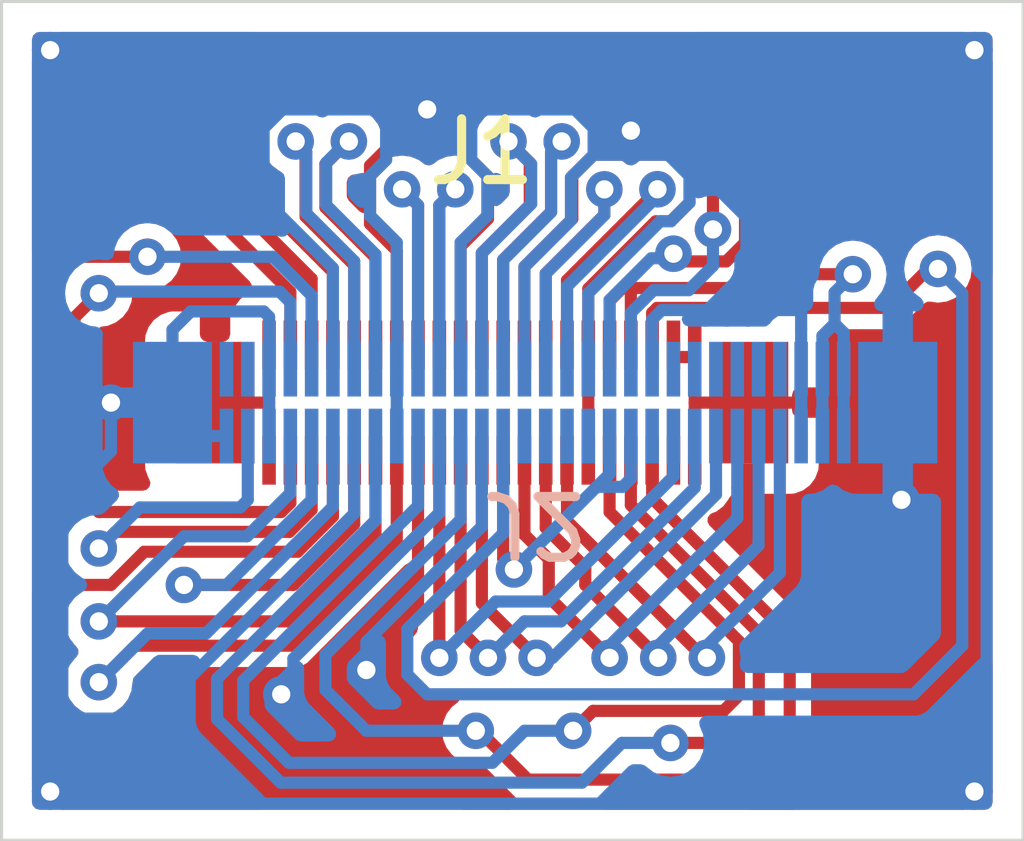
<source format=kicad_pcb>
(kicad_pcb (version 20240108) (generator "pcbnew") (generator_version "8.0")
  (layers (0 "F.Cu" signal) (31 "B.Cu" signal) (34 "B.Paste" user) (35 "F.Paste" user) (36 "B.SilkS" user "B.Silkscreen") (37 "F.SilkS" user "F.Silkscreen") (38 "B.Mask" user) (39 "F.Mask" user) (44 "Edge.Cuts" user))
  (net 0 "")
  (net 1 "GND")
  (net 2 "/MESA_SCLK")
  (net 3 "/AUX_CH(n)")
  (net 4 "/LCD_VCC(4.7V)")
  (net 5 "/ML_Lane_3(n)")
  (net 6 "/BTN_HOME_L")
  (net 7 "/BL_LED_A")
  (net 8 "/BL_LED_K_6")
  (net 9 "/BL_LED_K_2")
  (net 10 "/BL_LED_K_5")
  (net 11 "/BL_LED_K_1")
  (net 12 "/PP1V825_MESA")
  (net 13 "/MESA_MISO")
  (net 14 "/ML_Lane_1(p)")
  (net 15 "/MESA_IRQ")
  (net 17 "/ML_Lane_0(n)")
  (net 18 "/PP11V3_MESA")
  (net 19 "/BL_LED_K_4")
  (net 20 "/ML_Lane_3(p)")
  (net 21 "/MESA_BOOST_ENABLE")
  (net 22 "/ML_Lane_2(p)")
  (net 23 "/ML_Lane_2(n)")
  (net 24 "/AUX_CH(p)")
  (net 25 "/ML_Lane_0(p)")
  (net 26 "/MESA_MOSI")
  (net 27 "/BL_LED_K_3")
  (net 28 "/ML_Lane_1(n)")
  (net 42 "/HPD")
  (net 43 "/PP3V1_MESA")
  (footprint "feetprints:ipad_mini_4_lcd_mb" (layer "F.Cu") (at 87.5 105.8)
    (property "Reference" "J1")
    (property "Value" "ipad_4_mini")
  )
  (footprint "feetprints:ipad_air_2_lcd_fl" (layer "B.Cu") (at 88.375 105.8)
    (property "Reference" "J2")
    (property "Value" "ipad_2_air")
  )
  (gr_line (start 79.6 99.2) (end 96.4 99.2) (stroke (width 0.05)) (layer "Edge.Cuts"))
  (gr_line (start 79.6 113) (end 79.6 99.2) (stroke (width 0.05)) (layer "Edge.Cuts"))
  (gr_line (start 96.4 99.2) (end 96.4 113) (stroke (width 0.05)) (layer "Edge.Cuts"))
  (gr_line (start 96.4 113) (end 79.6 113) (stroke (width 0.05)) (layer "Edge.Cuts"))
  (segment (start 85.05 103.65) (end 83.8 102.4) (width 0.2) (layer "F.Cu") (net 1))
  (segment (start 83.1115 105.8) (end 81.727 105.8) (width 0.2) (layer "F.Cu") (net 1))
  (segment (start 94.4 106) (end 94.4 107.4) (width 0.2) (layer "F.Cu") (net 1))
  (segment (start 83.1115 105.8) (end 84 105.8) (width 0.2) (layer "F.Cu") (net 1))
  (segment (start 87.2 101) (end 87.225 100.975) (width 0.2) (layer "F.Cu") (net 1))
  (segment (start 90.9145 102.507791) (end 90.9145 102.027) (width 0.2) (layer "F.Cu") (net 1))
  (segment (start 90.9145 102.027) (end 90.607791 101.720291) (width 0.2) (layer "F.Cu") (net 1))
  (segment (start 90.605791 102.8165) (end 90.9145 102.507791) (width 0.2) (layer "F.Cu") (net 1))
  (segment (start 94.2 105.8) (end 94.4 106) (width 0.2) (layer "F.Cu") (net 1))
  (segment (start 90.65 105.05) (end 91 105.05) (width 0.2) (layer "F.Cu") (net 1))
  (segment (start 86 101) (end 86.575 101) (width 0.2) (layer "F.Cu") (net 1))
  (segment (start 84 105.8) (end 84 105.05) (width 0.2) (layer "F.Cu") (net 1))
  (segment (start 87.2 101) (end 86.625 101) (width 0.2) (layer "F.Cu") (net 1))
  (segment (start 91.8885 105.8) (end 94.2 105.8) (width 0.2) (layer "F.Cu") (net 1))
  (segment (start 87.6 102.081709) (end 87.2 101.681709) (width 0.2) (layer "F.Cu") (net 1))
  (segment (start 88.2 103.562396) (end 88.987041 102.775355) (width 0.2) (layer "F.Cu") (net 1))
  (segment (start 85.6 110.8) (end 87.2 112.4) (width 0.2) (layer "F.Cu") (net 1))
  (segment (start 83.8 101.394209) (end 84.219209 100.975) (width 0.2) (layer "F.Cu") (net 1))
  (segment (start 85.6 110.2) (end 86.45 109.35) (width 0.2) (layer "F.Cu") (net 1))
  (segment (start 94.4 110.6) (end 94.4 107.4) (width 0.2) (layer "F.Cu") (net 1))
  (segment (start 91.8885 105.8885) (end 91.8885 105.8) (width 0.2) (layer "F.Cu") (net 1))
  (segment (start 86.45 109.35) (end 86.45 106.55) (width 0.2) (layer "F.Cu") (net 1))
  (segment (start 85.6605 102.8605) (end 85.6605 101.899291) (width 0.2) (layer "F.Cu") (net 1))
  (segment (start 84 106.55) (end 84 105.8) (width 0.2) (layer "F.Cu") (net 1))
  (segment (start 92.6 112.4) (end 94.4 110.6) (width 0.2) (layer "F.Cu") (net 1))
  (segment (start 85.6 110.2) (end 86 110.6) (width 0.2) (layer "F.Cu") (net 1))
  (segment (start 89.25 104.7875) (end 89.25 103.925052) (width 0.2) (layer "F.Cu") (net 1))
  (segment (start 87.225 100.975) (end 89.030791 100.975) (width 0.2) (layer "F.Cu") (net 1))
  (segment (start 86.625 101) (end 86.6 100.975) (width 0.2) (layer "F.Cu") (net 1))
  (segment (start 88.987041 102.775355) (end 88.987041 102.07275) (width 0.2) (layer "F.Cu") (net 1))
  (segment (start 86 101.559791) (end 86 101) (width 0.2) (layer "F.Cu") (net 1))
  (segment (start 85.6 110.4) (end 85.6 110) (width 0.2) (layer "F.Cu") (net 1))
  (segment (start 90.607791 101.720291) (end 89.95 101.720291) (width 0.2) (layer "F.Cu") (net 1))
  (segment (start 86.575 101) (end 86.6 100.975) (width 0.2) (layer "F.Cu") (net 1))
  (segment (start 87.15 103.225052) (end 87.6 102.775052) (width 0.2) (layer "F.Cu") (net 1))
  (segment (start 91 105.8) (end 91.8885 105.8) (width 0.2) (layer "F.Cu") (net 1))
  (segment (start 89.3395 101.283709) (end 89.3395 101.720291) (width 0.2) (layer "F.Cu") (net 1))
  (segment (start 87.6 102.775052) (end 87.6 102.081709) (width 0.2) (layer "F.Cu") (net 1))
  (segment (start 87.2 112.4) (end 92.6 112.4) (width 0.2) (layer "F.Cu") (net 1))
  (segment (start 89.95 101.720291) (end 89.95 101.325) (width 0.2) (layer "F.Cu") (net 1))
  (segment (start 85.6 110.2) (end 85.6 110.8) (width 0.2) (layer "F.Cu") (net 1))
  (segment (start 84.219209 100.975) (end 85.975 100.975) (width 0.2) (layer "F.Cu") (net 1))
  (segment (start 89.25 106.55) (end 89.25 105.05) (width 0.2) (layer "F.Cu") (net 1))
  (segment (start 87.2 101.681709) (end 87.2 101) (width 0.2) (layer "F.Cu") (net 1))
  (segment (start 83.8 102.4) (end 83.8 101.394209) (width 0.2) (layer "F.Cu") (net 1))
  (segment (start 86.1 103.3) (end 85.6605 102.8605) (width 0.2) (layer "F.Cu") (net 1))
  (segment (start 85.6605 101.899291) (end 86 101.559791) (width 0.2) (layer "F.Cu") (net 1))
  (segment (start 85.05 105.05) (end 85.05 103.65) (width 0.2) (layer "F.Cu") (net 1))
  (segment (start 89.95 101.720291) (end 89.3395 101.720291) (width 0.2) (layer "F.Cu") (net 1))
  (segment (start 85.975 100.975) (end 86 101) (width 0.2) (layer "F.Cu") (net 1))
  (segment (start 88.2 104.7875) (end 88.2 103.562396) (width 0.2) (layer "F.Cu") (net 1))
  (segment (start 89.25 103.925052) (end 90.358552 102.8165) (width 0.2) (layer "F.Cu") (net 1))
  (segment (start 86.1 105.05) (end 86.1 103.3) (width 0.2) (layer "F.Cu") (net 1))
  (segment (start 90.358552 102.8165) (end 90.605791 102.8165) (width 0.2) (layer "F.Cu") (net 1))
  (segment (start 89.030791 100.975) (end 89.3395 101.283709) (width 0.2) (layer "F.Cu") (net 1))
  (segment (start 91 105.8) (end 91 106.55) (width 0.2) (layer "F.Cu") (net 1))
  (segment (start 91 105.05) (end 91 105.8) (width 0.2) (layer "F.Cu") (net 1))
  (segment (start 88.987041 102.07275) (end 89.3395 101.720291) (width 0.2) (layer "F.Cu") (net 1))
  (segment (start 87.15 105.05) (end 87.15 103.225052) (width 0.2) (layer "F.Cu") (net 1))
  (via (at 84.2 110.6) (size 0.6) (drill 0.3) (layers "F.Cu" "B.Cu") (net 1))
  (via (at 85.6 110.2) (size 0.6) (drill 0.3) (layers "F.Cu" "B.Cu") (net 1))
  (via (at 95.6 100) (size 0.6) (drill 0.3) (layers "F.Cu" "B.Cu") (net 1))
  (via (at 81.4 105.8) (size 0.6) (drill 0.3) (layers "F.Cu" "B.Cu") (net 1))
  (via (at 95.6 112.2) (size 0.6) (drill 0.3) (layers "F.Cu" "B.Cu") (net 1))
  (via (at 89.95 101.325) (size 0.6) (drill 0.3) (layers "F.Cu" "B.Cu") (net 1))
  (via (at 94.4 107.4) (size 0.6) (drill 0.3) (layers "F.Cu" "B.Cu") (net 1))
  (via (at 86.6 100.975) (size 0.6) (drill 0.3) (layers "F.Cu" "B.Cu") (net 1))
  (via (at 80.4 100) (size 0.6) (drill 0.3) (layers "F.Cu" "B.Cu") (net 1))
  (via (at 80.4 112.2) (size 0.6) (drill 0.3) (layers "F.Cu" "B.Cu") (net 1))
  (segment (start 89.25 103.998948) (end 89.25 105.25) (width 0.2) (layer "B.Cu") (net 1))
  (segment (start 83.3 106.35) (end 82.9615 106.35) (width 0.2) (layer "B.Cu") (net 1))
  (segment (start 92.673 104.277) (end 92.75 104.2) (width 0.2) (layer "B.Cu") (net 1))
  (segment (start 84 106.35) (end 84 105.25) (width 0.2) (layer "B.Cu") (net 1))
  (segment (start 90.563583 101.720291) (end 90.0375 101.720291) (width 0.2) (layer "B.Cu") (net 1))
  (segment (start 92.75 102.95) (end 93.95 102.95) (width 0.2) (layer "B.Cu") (net 1))
  (segment (start 80.4 112.2) (end 80.6 112.4) (width 0.2) (layer "B.Cu") (net 1))
  (segment (start 87.5895 102.725) (end 87.15 103.1645) (width 0.2) (layer "B.Cu") (net 1))
  (segment (start 86.1 106.35) (end 86.1 105.25) (width 0.2) (layer "B.Cu") (net 1))
  (segment (start 82.7115 104.3) (end 83.9125 104.3) (width 0.2) (layer "B.Cu") (net 1))
  (segment (start 82.025312 111) (end 80.6 111) (width 0.2) (layer "B.Cu") (net 1))
  (segment (start 94.3385 105.8) (end 94.3385 107.3385) (width 0.2) (layer "B.Cu") (net 1))
  (segment (start 90.457448 104.277) (end 91.85 104.277) (width 0.2) (layer "B.Cu") (net 1))
  (segment (start 80.4 112.2) (end 80.2 112) (width 0.2) (layer "B.Cu") (net 1))
  (segment (start 94.1 103.1) (end 94.3385 103.3385) (width 0.2) (layer "B.Cu") (net 1))
  (segment (start 85.6605 102.725) (end 86.1 103.1645) (width 0.2) (layer "B.Cu") (net 1))
  (segment (start 90.3 104.9875) (end 90.3 104.434448) (width 0.2) (layer "B.Cu") (net 1))
  (segment (start 92.75 104.2) (end 92.75 103.2) (width 0.2) (layer "B.Cu") (net 1))
  (segment (start 86.8 107.612656) (end 86.8 106.35) (width 0.2) (layer "B.Cu") (net 1))
  (segment (start 90.432448 102.8165) (end 89.25 103.998948) (width 0.2) (layer "B.Cu") (net 1))
  (segment (start 84.219209 100.975) (end 83.9105 101.283709) (width 0.2) (layer "B.Cu") (net 1))
  (segment (start 88.9645 102.799896) (end 88.2 103.564396) (width 0.2) (layer "B.Cu") (net 1))
  (segment (start 83.9125 104.3) (end 84 104.3875) (width 0.2) (layer "B.Cu") (net 1))
  (segment (start 89.3395 101.720291) (end 89.3395 101.283709) (width 0.2) (layer "B.Cu") (net 1))
  (segment (start 91.85 104.277) (end 92.673 104.277) (width 0.2) (layer "B.Cu") (net 1))
  (segment (start 95.6 112.4) (end 95.8 112.2) (width 0.2) (layer "B.Cu") (net 1))
  (segment (start 85.925 100.975) (end 86.6 100.975) (width 0.2) (layer "B.Cu") (net 1))
  (segment (start 90.3 104.434448) (end 90.457448 104.277) (width 0.2) (layer "B.Cu") (net 1))
  (segment (start 95.4 99.8) (end 95.6 100) (width 0.2) (layer "B.Cu") (net 1))
  (segment (start 85.6 109.737552) (end 85.6 110) (width 0.2) (layer "B.Cu") (net 1))
  (segment (start 89.95 101.632791) (end 90.0375 101.720291) (width 0.2) (layer "B.Cu") (net 1))
  (segment (start 90.9145 102.071209) (end 90.9145 102.3) (width 0.2) (layer "B.Cu") (net 1))
  (segment (start 90.9145 102.3) (end 91.4 102.3) (width 0.2) (layer "B.Cu") (net 1))
  (segment (start 91.85 102.95) (end 91.85 104.277) (width 0.2) (layer "B.Cu") (net 1))
  (segment (start 94.3385 103.3385) (end 94.3385 105.8) (width 0.2) (layer "B.Cu") (net 1))
  (segment (start 93.944209 102.944209) (end 94.1 103.1) (width 0.2) (layer "B.Cu") (net 1))
  (segment (start 85.05 103.586396) (end 85.05 105.25) (width 0.2) (layer "B.Cu") (net 1))
  (segment (start 91.85 102.75) (end 91.85 102.95) (width 0.2) (layer "B.Cu") (net 1))
  (segment (start 85.6605 102.071209) (end 85.6605 102.725) (width 0.2) (layer "B.Cu") (net 1))
  (segment (start 85.4 106.35) (end 85.4 107.625312) (width 0.2) (layer "B.Cu") (net 1))
  (segment (start 95.8 100.2) (end 95.6 100) (width 0.2) (layer "B.Cu") (net 1))
  (segment (start 80.2 112) (end 80.2 100.2) (width 0.2) (layer "B.Cu") (net 1))
  (segment (start 83.9105 102.446896) (end 85.05 103.586396) (width 0.2) (layer "B.Cu") (net 1))
  (segment (start 90.9145 102.3) (end 90.9145 102.507791) (width 0.2) (layer "B.Cu") (net 1))
  (segment (start 90.9145 102.071209) (end 90.563583 101.720291) (width 0.2) (layer "B.Cu") (net 1))
  (segment (start 85.925 100.975) (end 84.219209 100.975) (width 0.2) (layer "B.Cu") (net 1))
  (segment (start 84.4 110.012656) (end 86.8 107.612656) (width 0.2) (layer "B.Cu") (net 1))
  (segment (start 80.6 107.4) (end 81.4 106.6) (width 0.2) (layer "B.Cu") (net 1))
  (segment (start 95.4 112.4) (end 95.6 112.2) (width 0.2) (layer "B.Cu") (net 1))
  (segment (start 89.030791 100.975) (end 87.325 100.975) (width 0.2) (layer "B.Cu") (net 1))
  (segment (start 92.75 106.35) (end 92.75 105.25) (width 0.2) (layer "B.Cu") (net 1))
  (segment (start 87.325 100.975) (end 87.325 101.806709) (width 0.2) (layer "B.Cu") (net 1))
  (segment (start 90.605791 102.8165) (end 90.432448 102.8165) (width 0.2) (layer "B.Cu") (net 1))
  (segment (start 82.4115 104.6) (end 82.7115 104.3) (width 0.2) (layer "B.Cu") (net 1))
  (segment (start 80.6 112.4) (end 95.4 112.4) (width 0.2) (layer "B.Cu") (net 1))
  (segment (start 82.9615 106.35) (end 82.4115 105.8) (width 0.2) (layer "B.Cu") (net 1))
  (segment (start 87.5 106.35) (end 87.5 107.837552) (width 0.2) (layer "B.Cu") (net 1))
  (segment (start 89.3395 101.720291) (end 88.9645 102.095291) (width 0.2) (layer "B.Cu") (net 1))
  (segment (start 93.95 102.95) (end 94.1 103.1) (width 0.2) (layer "B.Cu") (net 1))
  (segment (start 80.4 112.4) (end 80.2 112.2) (width 0.2) (layer "B.Cu") (net 1))
  (segment (start 81.4 106.6) (end 81.4 105.8) (width 0.2) (layer "B.Cu") (net 1))
  (segment (start 87.325 101.806709) (end 87.5895 102.071209) (width 0.2) (layer "B.Cu") (net 1))
  (segment (start 85.925 100.975) (end 85.925 101.806709) (width 0.2) (layer "B.Cu") (net 1))
  (segment (start 82.4115 105.8) (end 82.4115 104.6) (width 0.2) (layer "B.Cu") (net 1))
  (segment (start 88.9645 102.095291) (end 88.9645 102.799896) (width 0.2) (layer "B.Cu") (net 1))
  (segment (start 87.5895 102.071209) (end 87.5895 102.725) (width 0.2) (layer "B.Cu") (net 1))
  (segment (start 91.4 102.3) (end 91.85 102.75) (width 0.2) (layer "B.Cu") (net 1))
  (segment (start 92.75 105.25) (end 92.75 104.5845) (width 0.2) (layer "B.Cu") (net 1))
  (segment (start 95.8 112.2) (end 95.8 100.2) (width 0.2) (layer "B.Cu") (net 1))
  (segment (start 87.15 103.1645) (end 87.15 105.25) (width 0.2) (layer "B.Cu") (net 1))
  (segment (start 90.9145 102.507791) (end 90.605791 102.8165) (width 0.2) (layer "B.Cu") (net 1))
  (segment (start 90.0375 101.720291) (end 89.3395 101.720291) (width 0.2) (layer "B.Cu") (net 1))
  (segment (start 83.9105 101.283709) (end 83.9105 102.446896) (width 0.2) (layer "B.Cu") (net 1))
  (segment (start 80.6 111) (end 80.6 107.4) (width 0.2) (layer "B.Cu") (net 1))
  (segment (start 86.6 100.975) (end 87.325 100.975) (width 0.2) (layer "B.Cu") (net 1))
  (segment (start 94.3385 107.3385) (end 94.4 107.4) (width 0.2) (layer "B.Cu") (net 1))
  (segment (start 92.75 104.5845) (end 92.75 104.2) (width 0.2) (layer "B.Cu") (net 1))
  (segment (start 89.3395 101.283709) (end 89.030791 100.975) (width 0.2) (layer "B.Cu") (net 1))
  (segment (start 80.4 100) (end 80.6 99.8) (width 0.2) (layer "B.Cu") (net 1))
  (segment (start 81.4 105.8) (end 82.4115 105.8) (width 0.2) (layer "B.Cu") (net 1))
  (segment (start 84 104.3875) (end 84 105.25) (width 0.2) (layer "B.Cu") (net 1))
  (segment (start 92.75 103.2) (end 92.75 102.95) (width 0.2) (layer "B.Cu") (net 1))
  (segment (start 95.2 99.8) (end 95.4 99.8) (width 0.2) (layer "B.Cu") (net 1))
  (segment (start 85.925 101.806709) (end 85.6605 102.071209) (width 0.2) (layer "B.Cu") (net 1))
  (segment (start 87.5 107.837552) (end 85.6 109.737552) (width 0.2) (layer "B.Cu") (net 1))
  (segment (start 89.95 101.325) (end 89.95 101.632791) (width 0.2) (layer "B.Cu") (net 1))
  (segment (start 86.1 103.1645) (end 86.1 105.25) (width 0.2) (layer "B.Cu") (net 1))
  (segment (start 80.6 99.8) (end 95.2 99.8) (width 0.2) (layer "B.Cu") (net 1))
  (segment (start 85.4 107.625312) (end 82.025312 111) (width 0.2) (layer "B.Cu") (net 1))
  (segment (start 84.4 110.4) (end 84.4 110.012656) (width 0.2) (layer "B.Cu") (net 1))
  (segment (start 80.2 100.2) (end 80.4 100) (width 0.2) (layer "B.Cu") (net 1))
  (segment (start 88.2 103.564396) (end 88.2 105.25) (width 0.2) (layer "B.Cu") (net 1))
  (segment (start 91.85 102.95) (end 92.75 102.95) (width 0.2) (layer "B.Cu") (net 1))
  (segment (start 86.1 108.112448) (end 86.1 106.55) (width 0.2) (layer "F.Cu") (net 2))
  (segment (start 81.2 110.4) (end 81.8 109.8) (width 0.2) (layer "F.Cu") (net 2))
  (segment (start 81.8 109.8) (end 84.412448 109.8) (width 0.2) (layer "F.Cu") (net 2))
  (segment (start 84.412448 109.8) (end 86.1 108.112448) (width 0.2) (layer "F.Cu") (net 2))
  (via (at 81.2 110.4) (size 0.6) (drill 0.3) (layers "F.Cu" "B.Cu") (net 2))
  (segment (start 85.05 107.512864) (end 85.05 106.35) (width 0.2) (layer "B.Cu") (net 2))
  (segment (start 82.962864 109.6) (end 85.05 107.512864) (width 0.2) (layer "B.Cu") (net 2))
  (segment (start 81.2 110.4) (end 82 109.6) (width 0.2) (layer "B.Cu") (net 2))
  (segment (start 82 109.6) (end 82.962864 109.6) (width 0.2) (layer "B.Cu") (net 2))
  (segment (start 91.518291 103.477) (end 90.777 103.477) (width 0.2) (layer "F.Cu") (net 3))
  (segment (start 84.35 103.977) (end 83.073 102.7) (width 0.2) (layer "F.Cu") (net 3))
  (segment (start 91.45925 100.89075) (end 91.827 101.2585) (width 0.2) (layer "F.Cu") (net 3))
  (segment (start 84.35 105.05) (end 84.35 103.977) (width 0.2) (layer "F.Cu") (net 3))
  (segment (start 91.827 103.168291) (end 91.518291 103.477) (width 0.2) (layer "F.Cu") (net 3))
  (segment (start 90.777 103.477) (end 90.65 103.35) (width 0.2) (layer "F.Cu") (net 3))
  (segment (start 91.827 101.2585) (end 91.827 103.168291) (width 0.2) (layer "F.Cu") (net 3))
  (segment (start 83.073 101.127) (end 84.079 100.121) (width 0.2) (layer "F.Cu") (net 3))
  (segment (start 83.073 102.7) (end 83.073 101.127) (width 0.2) (layer "F.Cu") (net 3))
  (segment (start 90.6895 100.121) (end 91.45925 100.89075) (width 0.2) (layer "F.Cu") (net 3))
  (segment (start 84.079 100.121) (end 90.6895 100.121) (width 0.2) (layer "F.Cu") (net 3))
  (via (at 90.65 103.35) (size 0.6) (drill 0.3) (layers "F.Cu" "B.Cu") (net 3))
  (segment (start 90.575 103.425) (end 90.286396 103.425) (width 0.2) (layer "B.Cu") (net 3))
  (segment (start 90.65 103.35) (end 90.575 103.425) (width 0.2) (layer "B.Cu") (net 3))
  (segment (start 90.286396 103.425) (end 89.6 104.111396) (width 0.2) (layer "B.Cu") (net 3))
  (segment (start 89.6 104.111396) (end 89.6 105.25) (width 0.2) (layer "B.Cu") (net 3))
  (segment (start 92.37288 103.91462) (end 92.6 103.6875) (width 0.2) (layer "F.Cu") (net 4))
  (segment (start 89.6 104.125) (end 89.81038 103.91462) (width 0.2) (layer "F.Cu") (net 4))
  (segment (start 89.6 104.7875) (end 89.6 104.125) (width 0.2) (layer "F.Cu") (net 4))
  (segment (start 92.6 103.6875) (end 93.6 103.6875) (width 0.2) (layer "F.Cu") (net 4))
  (segment (start 89.95 103.91462) (end 92.37288 103.91462) (width 0.2) (layer "F.Cu") (net 4))
  (segment (start 89.81038 103.91462) (end 89.95 103.91462) (width 0.2) (layer "F.Cu") (net 4))
  (segment (start 89.95 104.7875) (end 89.95 103.91462) (width 0.2) (layer "F.Cu") (net 4))
  (via (at 93.6 103.6875) (size 0.6) (drill 0.3) (layers "F.Cu" "B.Cu") (net 4))
  (segment (start 93.45 105.25) (end 93.45 104.65) (width 0.2) (layer "B.Cu") (net 4))
  (segment (start 93.3 104.5) (end 93.3 103.9875) (width 0.2) (layer "B.Cu") (net 4))
  (segment (start 93.45 105.25) (end 93.45 106.35) (width 0.2) (layer "B.Cu") (net 4))
  (segment (start 93.1 105.25) (end 93.1 104.7) (width 0.2) (layer "B.Cu") (net 4))
  (segment (start 93.45 104.65) (end 93.3 104.5) (width 0.2) (layer "B.Cu") (net 4))
  (segment (start 93.1 105.25) (end 93.1 106.35) (width 0.2) (layer "B.Cu") (net 4))
  (segment (start 93.3 103.9875) (end 93.6 103.6875) (width 0.2) (layer "B.Cu") (net 4))
  (segment (start 93.1 104.7) (end 93.3 104.5) (width 0.2) (layer "B.Cu") (net 4))
  (segment (start 85.4 103.537552) (end 85.4 105.05) (width 0.2) (layer "F.Cu") (net 5))
  (segment (start 84.6 102.737552) (end 85.4 103.537552) (width 0.2) (layer "F.Cu") (net 5))
  (segment (start 84.4375 101.502) (end 84.6 101.6645) (width 0.2) (layer "F.Cu") (net 5))
  (segment (start 84.6 101.6645) (end 84.6 102.737552) (width 0.2) (layer "F.Cu") (net 5))
  (via (at 84.4375 101.502) (size 0.6) (drill 0.3) (layers "F.Cu" "B.Cu") (net 5))
  (segment (start 84.6125 102.686448) (end 85.4 103.473948) (width 0.2) (layer "B.Cu") (net 5))
  (segment (start 84.6125 101.677) (end 84.6125 102.686448) (width 0.2) (layer "B.Cu") (net 5))
  (segment (start 85.4 103.473948) (end 85.4 105.25) (width 0.2) (layer "B.Cu") (net 5))
  (segment (start 84.4375 101.502) (end 84.6125 101.677) (width 0.2) (layer "B.Cu") (net 5))
  (segment (start 80.8 107.2) (end 80.8 104.4) (width 0.2) (layer "F.Cu") (net 6))
  (segment (start 84.2 107.6) (end 81.2 107.6) (width 0.2) (layer "F.Cu") (net 6))
  (segment (start 84.35 107.45) (end 84.2 107.6) (width 0.2) (layer "F.Cu") (net 6))
  (segment (start 84.35 106.55) (end 84.35 107.45) (width 0.2) (layer "F.Cu") (net 6))
  (segment (start 81.2 107.6) (end 80.8 107.2) (width 0.2) (layer "F.Cu") (net 6))
  (segment (start 80.8 104.4) (end 81.2 104) (width 0.2) (layer "F.Cu") (net 6))
  (via (at 81.2 104) (size 0.6) (drill 0.3) (layers "F.Cu" "B.Cu") (net 6))
  (segment (start 84.35 105.25) (end 84.35 104.15) (width 0.2) (layer "B.Cu") (net 6))
  (segment (start 84.35 104.15) (end 84.173 103.973) (width 0.2) (layer "B.Cu") (net 6))
  (segment (start 84.173 103.973) (end 81.227 103.973) (width 0.2) (layer "B.Cu") (net 6))
  (segment (start 81.227 103.973) (end 81.2 104) (width 0.2) (layer "B.Cu") (net 6))
  (segment (start 87.85 107.904709) (end 87.85 108.369) (width 0.2) (layer "F.Cu") (net 7))
  (segment (start 87.85 106.55) (end 87.85 107.904709) (width 0.2) (layer "F.Cu") (net 7))
  (segment (start 87.85 108.369) (end 88.027 108.546) (width 0.2) (layer "F.Cu") (net 7))
  (via (at 88.027 108.546) (size 0.6) (drill 0.3) (layers "F.Cu" "B.Cu") (net 7))
  (segment (start 88.027 108.546) (end 89.0865 107.4865) (width 0.2) (layer "B.Cu") (net 7))
  (segment (start 89.8135 107.1865) (end 89.3865 107.1865) (width 0.2) (layer "B.Cu") (net 7))
  (segment (start 89.95 106.35) (end 89.95 106.623) (width 0.2) (layer "B.Cu") (net 7))
  (segment (start 89.0865 107.4865) (end 89.3865 107.1865) (width 0.2) (layer "B.Cu") (net 7))
  (segment (start 89.95 106.35) (end 89.95 107.05) (width 0.2) (layer "B.Cu") (net 7))
  (segment (start 89.3865 107.1865) (end 89.6 106.973) (width 0.2) (layer "B.Cu") (net 7))
  (segment (start 89.6 106.973) (end 89.6 106.35) (width 0.2) (layer "B.Cu") (net 7))
  (segment (start 89.95 107.05) (end 89.8135 107.1865) (width 0.2) (layer "B.Cu") (net 7))
  (segment (start 91.151187 110) (end 91.2 110) (width 0.2) (layer "F.Cu") (net 8))
  (segment (start 88.9 106.55) (end 88.9 107.748813) (width 0.2) (layer "F.Cu") (net 8))
  (segment (start 88.9 107.748813) (end 91.151187 110) (width 0.2) (layer "F.Cu") (net 8))
  (via (at 91.2 110) (size 0.6) (drill 0.3) (layers "F.Cu" "B.Cu") (net 8))
  (segment (start 92.4 108.6) (end 92.4 106.35) (width 0.2) (layer "B.Cu") (net 8))
  (segment (start 91.2 109.8) (end 92.4 108.6) (width 0.2) (layer "B.Cu") (net 8))
  (segment (start 91.2 110) (end 91.2 109.8) (width 0.2) (layer "B.Cu") (net 8))
  (segment (start 87.15 108.75) (end 87.15 109.55) (width 0.2) (layer "F.Cu") (net 9))
  (segment (start 87.15 106.55) (end 87.15 108.75) (width 0.2) (layer "F.Cu") (net 9))
  (segment (start 87.15 109.55) (end 87.6 110) (width 0.2) (layer "F.Cu") (net 9))
  (via (at 87.6 110) (size 0.6) (drill 0.3) (layers "F.Cu" "B.Cu") (net 9))
  (segment (start 88.2 109.4) (end 88.8 109.4) (width 0.2) (layer "B.Cu") (net 9))
  (segment (start 87.6 110) (end 88.2 109.4) (width 0.2) (layer "B.Cu") (net 9))
  (segment (start 91 107.2) (end 91 106.35) (width 0.2) (layer "B.Cu") (net 9))
  (segment (start 88.8 109.4) (end 91 107.2) (width 0.2) (layer "B.Cu") (net 9))
  (segment (start 89.2 108.8) (end 90.4 110) (width 0.2) (layer "F.Cu") (net 10))
  (segment (start 88.55 106.55) (end 88.55 107.861261) (width 0.2) (layer "F.Cu") (net 10))
  (segment (start 88.55 107.861261) (end 89.2 108.511261) (width 0.2) (layer "F.Cu") (net 10))
  (segment (start 89.2 108.511261) (end 89.2 108.8) (width 0.2) (layer "F.Cu") (net 10))
  (via (at 90.4 110) (size 0.6) (drill 0.3) (layers "F.Cu" "B.Cu") (net 10))
  (segment (start 92.05 108.15) (end 92.05 107.4) (width 0.2) (layer "B.Cu") (net 10))
  (segment (start 90.4 109.8) (end 92.05 108.15) (width 0.2) (layer "B.Cu") (net 10))
  (segment (start 92.05 106.35) (end 92.05 107.4) (width 0.2) (layer "B.Cu") (net 10))
  (segment (start 90.4 110) (end 90.4 109.8) (width 0.2) (layer "B.Cu") (net 10))
  (segment (start 86.8 106.55) (end 86.8 110) (width 0.2) (layer "F.Cu") (net 11))
  (via (at 86.8 110) (size 0.6) (drill 0.3) (layers "F.Cu" "B.Cu") (net 11))
  (segment (start 90.65 107.0155) (end 90.65 106.35) (width 0.2) (layer "B.Cu") (net 11))
  (segment (start 88.5925 109.073) (end 90.65 107.0155) (width 0.2) (layer "B.Cu") (net 11))
  (segment (start 87.727 109.073) (end 88.5925 109.073) (width 0.2) (layer "B.Cu") (net 11))
  (segment (start 86.8 110) (end 87.727 109.073) (width 0.2) (layer "B.Cu") (net 11))
  (segment (start 91.745292 111.4) (end 92.054 111.091291) (width 0.2) (layer "F.Cu") (net 12))
  (segment (start 90.6 111.4) (end 91.745292 111.4) (width 0.2) (layer "F.Cu") (net 12))
  (segment (start 89.95 107.487552) (end 89.95 106.55) (width 0.2) (layer "F.Cu") (net 12))
  (segment (start 92.054 109.591552) (end 89.95 107.487552) (width 0.2) (layer "F.Cu") (net 12))
  (segment (start 92.054 111.091291) (end 92.054 109.591552) (width 0.2) (layer "F.Cu") (net 12))
  (via (at 90.6 111.4) (size 0.6) (drill 0.3) (layers "F.Cu" "B.Cu") (net 12))
  (segment (start 89.146 112.054) (end 89.8 111.4) (width 0.2) (layer "B.Cu") (net 12))
  (segment (start 85.75 107.73776) (end 83.14388 110.34388) (width 0.2) (layer "B.Cu") (net 12))
  (segment (start 83.14388 110.34388) (end 83.14388 111.006328) (width 0.2) (layer "B.Cu") (net 12))
  (segment (start 85.75 106.35) (end 85.75 107.73776) (width 0.2) (layer "B.Cu") (net 12))
  (segment (start 83.14388 111.006328) (end 84.191552 112.054) (width 0.2) (layer "B.Cu") (net 12))
  (segment (start 84.191552 112.054) (end 89.146 112.054) (width 0.2) (layer "B.Cu") (net 12))
  (segment (start 89.8 111.4) (end 90.6 111.4) (width 0.2) (layer "B.Cu") (net 12))
  (segment (start 85.75 108) (end 85.75 106.55) (width 0.2) (layer "F.Cu") (net 13))
  (segment (start 84.35 109.4) (end 85.75 108) (width 0.2) (layer "F.Cu") (net 13))
  (segment (start 81.2 109.4) (end 84.35 109.4) (width 0.2) (layer "F.Cu") (net 13))
  (via (at 81.2 109.4) (size 0.6) (drill 0.3) (layers "F.Cu" "B.Cu") (net 13))
  (segment (start 82.6 108) (end 81.2 109.4) (width 0.2) (layer "B.Cu") (net 13))
  (segment (start 83.637968 108) (end 82.6 108) (width 0.2) (layer "B.Cu") (net 13))
  (segment (start 83.818984 107.818984) (end 83.637968 108) (width 0.2) (layer "B.Cu") (net 13))
  (segment (start 84.35 107.287968) (end 83.818984 107.818984) (width 0.2) (layer "B.Cu") (net 13))
  (segment (start 84.35 106.35) (end 84.35 107.287968) (width 0.2) (layer "B.Cu") (net 13))
  (segment (start 88.6375 102.662448) (end 88.6375 101.677) (width 0.2) (layer "F.Cu") (net 14))
  (segment (start 87.85 104.7875) (end 87.85 103.449948) (width 0.2) (layer "F.Cu") (net 14))
  (segment (start 87.85 103.449948) (end 88.6375 102.662448) (width 0.2) (layer "F.Cu") (net 14))
  (segment (start 88.6375 101.677) (end 88.8125 101.502) (width 0.2) (layer "F.Cu") (net 14))
  (via (at 88.8125 101.502) (size 0.6) (drill 0.3) (layers "F.Cu" "B.Cu") (net 14))
  (segment (start 88.783006 101.520288) (end 88.783006 101.502) (width 0.2) (layer "B.Cu") (net 14))
  (segment (start 88.8125 101.502) (end 88.6375 101.677) (width 0.2) (layer "B.Cu") (net 14))
  (segment (start 88.6375 102.664448) (end 87.85 103.451948) (width 0.2) (layer "B.Cu") (net 14))
  (segment (start 87.85 103.451948) (end 87.85 105.25) (width 0.2) (layer "B.Cu") (net 14))
  (segment (start 88.6375 101.677) (end 88.6375 102.664448) (width 0.2) (layer "B.Cu") (net 14))
  (segment (start 81.2 108.2) (end 81.473 107.927) (width 0.2) (layer "F.Cu") (net 15))
  (segment (start 84.7 107.562448) (end 84.7 106.55) (width 0.2) (layer "F.Cu") (net 15))
  (segment (start 81.473 107.927) (end 84.335448 107.927) (width 0.2) (layer "F.Cu") (net 15))
  (segment (start 84.335448 107.927) (end 84.7 107.562448) (width 0.2) (layer "F.Cu") (net 15))
  (via (at 81.2 108.2) (size 0.6) (drill 0.3) (layers "F.Cu" "B.Cu") (net 15))
  (segment (start 83.65 107.4) (end 83.65 106.35) (width 0.2) (layer "B.Cu") (net 15))
  (segment (start 81.2 108.2) (end 81.87448 107.52552) (width 0.2) (layer "B.Cu") (net 15))
  (segment (start 81.87448 107.52552) (end 83.52448 107.52552) (width 0.2) (layer "B.Cu") (net 15))
  (segment (start 83.52448 107.52552) (end 83.65 107.4) (width 0.2) (layer "B.Cu") (net 15))
  (segment (start 88.55 104.7875) (end 88.55 103.674844) (width 0.2) (layer "F.Cu") (net 17))
  (segment (start 89.514041 102.710803) (end 89.514041 102.291041) (width 0.2) (layer "F.Cu") (net 17))
  (segment (start 88.55 103.674844) (end 89.514041 102.710803) (width 0.2) (layer "F.Cu") (net 17))
  (via (at 89.514041 102.291041) (size 0.6) (drill 0.3) (layers "F.Cu" "B.Cu") (net 17))
  (segment (start 89.514041 102.291041) (end 89.514041 102.712803) (width 0.2) (layer "B.Cu") (net 17))
  (segment (start 89.514041 102.712803) (end 88.55 103.676844) (width 0.2) (layer "B.Cu") (net 17))
  (segment (start 88.55 103.676844) (end 88.55 105.25) (width 0.2) (layer "B.Cu") (net 17))
  (segment (start 91.727 109.727) (end 91.727 110.619) (width 0.2) (layer "F.Cu") (net 18))
  (segment (start 89.6 106.55) (end 89.6 107.6) (width 0.2) (layer "F.Cu") (net 18))
  (segment (start 91.473 110.873) (end 89.327 110.873) (width 0.2) (layer "F.Cu") (net 18))
  (segment (start 91.727 110.619) (end 91.473 110.873) (width 0.2) (layer "F.Cu") (net 18))
  (segment (start 89.327 110.873) (end 89 111.2) (width 0.2) (layer "F.Cu") (net 18))
  (segment (start 89.6 107.6) (end 91.727 109.727) (width 0.2) (layer "F.Cu") (net 18))
  (via (at 89 111.2) (size 0.6) (drill 0.3) (layers "F.Cu" "B.Cu") (net 18))
  (segment (start 83.575104 110.975104) (end 84.327 111.727) (width 0.2) (layer "B.Cu") (net 18))
  (segment (start 88.2 111.2) (end 89 111.2) (width 0.2) (layer "B.Cu") (net 18))
  (segment (start 86.45 107.500208) (end 83.575104 110.375104) (width 0.2) (layer "B.Cu") (net 18))
  (segment (start 87.673 111.727) (end 88.2 111.2) (width 0.2) (layer "B.Cu") (net 18))
  (segment (start 86.45 106.35) (end 86.45 107.500208) (width 0.2) (layer "B.Cu") (net 18))
  (segment (start 83.575104 110.375104) (end 83.575104 110.975104) (width 0.2) (layer "B.Cu") (net 18))
  (segment (start 84.327 111.727) (end 87.673 111.727) (width 0.2) (layer "B.Cu") (net 18))
  (segment (start 88.6 109) (end 88.6 108.373709) (width 0.2) (layer "F.Cu") (net 19))
  (segment (start 89.6 110) (end 88.6 109) (width 0.2) (layer "F.Cu") (net 19))
  (segment (start 88.6 108.373709) (end 88.2 107.973709) (width 0.2) (layer "F.Cu") (net 19))
  (segment (start 88.2 107.973709) (end 88.2 106.55) (width 0.2) (layer "F.Cu") (net 19))
  (via (at 89.6 110) (size 0.6) (drill 0.3) (layers "F.Cu" "B.Cu") (net 19))
  (segment (start 89.6 109.8) (end 91.7 107.7) (width 0.2) (layer "B.Cu") (net 19))
  (segment (start 91.7 106.35) (end 91.7 107.2) (width 0.2) (layer "B.Cu") (net 19))
  (segment (start 89.6 110) (end 89.6 109.8) (width 0.2) (layer "B.Cu") (net 19))
  (segment (start 91.7 107.7) (end 91.7 107.2) (width 0.2) (layer "B.Cu") (net 19))
  (segment (start 85.75 105.05) (end 85.75 103.412448) (width 0.2) (layer "F.Cu") (net 20))
  (segment (start 85.298 101.502) (end 84.927 101.873) (width 0.2) (layer "F.Cu") (net 20))
  (segment (start 84.927 102.589448) (end 84.927 101.873) (width 0.2) (layer "F.Cu") (net 20))
  (segment (start 85.3125 101.502) (end 85.298 101.502) (width 0.2) (layer "F.Cu") (net 20))
  (segment (start 85.75 103.412448) (end 84.927 102.589448) (width 0.2) (layer "F.Cu") (net 20))
  (via (at 85.3125 101.502) (size 0.6) (drill 0.3) (layers "F.Cu" "B.Cu") (net 20))
  (segment (start 84.9395 102.551) (end 85.75 103.3615) (width 0.2) (layer "B.Cu") (net 20))
  (segment (start 85.75 103.3615) (end 85.75 105.25) (width 0.2) (layer "B.Cu") (net 20))
  (segment (start 85.3125 101.502) (end 85.2895 101.502) (width 0.2) (layer "B.Cu") (net 20))
  (segment (start 85.3335 101.523208) (end 85.380174 101.476534) (width 0.2) (layer "B.Cu") (net 20))
  (segment (start 85.2895 101.502) (end 84.9395 101.852) (width 0.2) (layer "B.Cu") (net 20))
  (segment (start 84.9395 101.852) (end 84.9395 102.551) (width 0.2) (layer "B.Cu") (net 20))
  (segment (start 82 103.4) (end 80.8 103.4) (width 0.2) (layer "F.Cu") (net 21))
  (segment (start 80.8 108.8) (end 81.4 108.8) (width 0.2) (layer "F.Cu") (net 21))
  (segment (start 81.946 108.254) (end 84.470896 108.254) (width 0.2) (layer "F.Cu") (net 21))
  (segment (start 80.473 108.473) (end 80.8 108.8) (width 0.2) (layer "F.Cu") (net 21))
  (segment (start 84.470896 108.254) (end 85.05 107.674896) (width 0.2) (layer "F.Cu") (net 21))
  (segment (start 85.05 107.674896) (end 85.05 106.55) (width 0.2) (layer "F.Cu") (net 21))
  (segment (start 80.473 103.727) (end 80.473 108.473) (width 0.2) (layer "F.Cu") (net 21))
  (segment (start 81.4 108.8) (end 81.946 108.254) (width 0.2) (layer "F.Cu") (net 21))
  (segment (start 80.8 103.4) (end 80.473 103.727) (width 0.2) (layer "F.Cu") (net 21))
  (via (at 82 103.4) (size 0.6) (drill 0.3) (layers "F.Cu" "B.Cu") (net 21))
  (segment (start 84.7 104.037552) (end 84.7 105.25) (width 0.2) (layer "B.Cu") (net 21))
  (segment (start 84.062448 103.4) (end 84.7 104.037552) (width 0.2) (layer "B.Cu") (net 21))
  (segment (start 82 103.4) (end 84.062448 103.4) (width 0.2) (layer "B.Cu") (net 21))
  (segment (start 86.8 102.552) (end 86.8 104.7875) (width 0.2) (layer "F.Cu") (net 22))
  (segment (start 87.0625 102.2895) (end 86.8 102.552) (width 0.2) (layer "F.Cu") (net 22))
  (via (at 87.0625 102.2895) (size 0.6) (drill 0.3) (layers "F.Cu" "B.Cu") (net 22))
  (segment (start 86.8 104.552) (end 86.8 105.25) (width 0.2) (layer "B.Cu") (net 22))
  (segment (start 87.0625 102.2895) (end 86.8 102.552) (width 0.2) (layer "B.Cu") (net 22))
  (segment (start 86.8 102.552) (end 86.8 104.552) (width 0.2) (layer "B.Cu") (net 22))
  (segment (start 86.45 102.552) (end 86.1875 102.2895) (width 0.2) (layer "F.Cu") (net 23))
  (segment (start 86.45 104.7875) (end 86.45 102.552) (width 0.2) (layer "F.Cu") (net 23))
  (via (at 86.1875 102.2895) (size 0.6) (drill 0.3) (layers "F.Cu" "B.Cu") (net 23))
  (segment (start 86.45 102.552) (end 86.45 105.25) (width 0.2) (layer "B.Cu") (net 23))
  (segment (start 86.1875 102.2895) (end 86.45 102.552) (width 0.2) (layer "B.Cu") (net 23))
  (segment (start 84.7 103.762448) (end 83.4 102.462448) (width 0.2) (layer "F.Cu") (net 24))
  (segment (start 84.7 105.05) (end 84.7 103.762448) (width 0.2) (layer "F.Cu") (net 24))
  (segment (start 90.4895 100.448) (end 91.3 101.2585) (width 0.2) (layer "F.Cu") (net 24))
  (segment (start 83.4 102.462448) (end 83.4 101.331761) (width 0.2) (layer "F.Cu") (net 24))
  (segment (start 84.283761 100.448) (end 90.4895 100.448) (width 0.2) (layer "F.Cu") (net 24))
  (segment (start 91.3 101.2585) (end 91.3 102.95) (width 0.2) (layer "F.Cu") (net 24))
  (segment (start 83.4 101.331761) (end 84.283761 100.448) (width 0.2) (layer "F.Cu") (net 24))
  (via (at 91.3 102.95) (size 0.6) (drill 0.3) (layers "F.Cu" "B.Cu") (net 24))
  (segment (start 90.9 103.95) (end 90.322 103.95) (width 0.2) (layer "B.Cu") (net 24))
  (segment (start 89.95 104.322) (end 89.95 104.9875) (width 0.2) (layer "B.Cu") (net 24))
  (segment (start 91.3 102.95) (end 91.3 103.55) (width 0.2) (layer "B.Cu") (net 24))
  (segment (start 91.3 103.55) (end 90.9 103.95) (width 0.2) (layer "B.Cu") (net 24))
  (segment (start 90.322 103.95) (end 89.95 104.322) (width 0.2) (layer "B.Cu") (net 24))
  (segment (start 88.9 103.787292) (end 90.3875 102.299792) (width 0.2) (layer "F.Cu") (net 25))
  (segment (start 88.9 104.7875) (end 88.9 103.787292) (width 0.2) (layer "F.Cu") (net 25))
  (segment (start 90.3875 102.299792) (end 90.3875 102.2895) (width 0.2) (layer "F.Cu") (net 25))
  (via (at 90.3875 102.2895) (size 0.6) (drill 0.3) (layers "F.Cu" "B.Cu") (net 25))
  (segment (start 88.9 103.8865) (end 88.9 105.25) (width 0.2) (layer "B.Cu") (net 25))
  (segment (start 90.3875 102.2895) (end 90.3875 102.399) (width 0.2) (layer "B.Cu") (net 25))
  (segment (start 90.3875 102.399) (end 88.9 103.8865) (width 0.2) (layer "B.Cu") (net 25))
  (segment (start 84.4 108.8) (end 85.4 107.8) (width 0.2) (layer "F.Cu") (net 26))
  (segment (start 85.4 106.55) (end 85.4 107.8) (width 0.2) (layer "F.Cu") (net 26))
  (segment (start 84.2 108.8) (end 84.4 108.8) (width 0.2) (layer "F.Cu") (net 26))
  (segment (start 82.6 108.8) (end 84.2 108.8) (width 0.2) (layer "F.Cu") (net 26))
  (via (at 82.6 108.8) (size 0.6) (drill 0.3) (layers "F.Cu" "B.Cu") (net 26))
  (segment (start 84.7 106.35) (end 84.7 107.400416) (width 0.2) (layer "B.Cu") (net 26))
  (segment (start 84.7 107.400416) (end 83.550208 108.550208) (width 0.2) (layer "B.Cu") (net 26))
  (segment (start 83.550208 108.550208) (end 83.300416 108.8) (width 0.2) (layer "B.Cu") (net 26))
  (segment (start 83.300416 108.8) (end 82.6 108.8) (width 0.2) (layer "B.Cu") (net 26))
  (segment (start 87.5 109.1) (end 88.4 110) (width 0.2) (layer "F.Cu") (net 27))
  (segment (start 87.5 108.3) (end 87.5 109.1) (width 0.2) (layer "F.Cu") (net 27))
  (segment (start 87.5 106.55) (end 87.5 108.3) (width 0.2) (layer "F.Cu") (net 27))
  (via (at 88.4 110) (size 0.6) (drill 0.3) (layers "F.Cu" "B.Cu") (net 27))
  (segment (start 88.4 110) (end 88.662448 110) (width 0.2) (layer "B.Cu") (net 27))
  (segment (start 91.35 107.312448) (end 91.35 106.35) (width 0.2) (layer "B.Cu") (net 27))
  (segment (start 88.662448 110) (end 91.35 107.312448) (width 0.2) (layer "B.Cu") (net 27))
  (segment (start 87.9375 101.502) (end 87.9395 101.502) (width 0.2) (layer "F.Cu") (net 28))
  (segment (start 87.5 103.3375) (end 87.5 104.7875) (width 0.2) (layer "F.Cu") (net 28))
  (segment (start 87.9395 101.502) (end 88.2875 101.85) (width 0.2) (layer "F.Cu") (net 28))
  (segment (start 88.2875 101.85) (end 88.2875 102.55) (width 0.2) (layer "F.Cu") (net 28))
  (segment (start 88.2875 102.55) (end 87.5 103.3375) (width 0.2) (layer "F.Cu") (net 28))
  (via (at 87.9375 101.502) (size 0.6) (drill 0.3) (layers "F.Cu" "B.Cu") (net 28))
  (segment (start 88.3105 102.529) (end 87.5 103.3395) (width 0.2) (layer "B.Cu") (net 28))
  (segment (start 88.3105 101.875) (end 88.3105 102.529) (width 0.2) (layer "B.Cu") (net 28))
  (segment (start 87.5 103.3395) (end 87.5 105.25) (width 0.2) (layer "B.Cu") (net 28))
  (segment (start 87.9375 101.502) (end 88.3105 101.875) (width 0.2) (layer "B.Cu") (net 28))
  (segment (start 88.056003 101.655739) (end 88.056003 101.502) (width 0.2) (layer "B.Cu") (net 28))
  (segment (start 94.84162 103.6) (end 94.2 104.24162) (width 0.2) (layer "F.Cu") (net 42))
  (segment (start 90.38038 104.24162) (end 94.2 104.24162) (width 0.2) (layer "F.Cu") (net 42))
  (segment (start 90.3 104.322) (end 90.38038 104.24162) (width 0.2) (layer "F.Cu") (net 42))
  (segment (start 90.3 104.7875) (end 90.3 104.322) (width 0.2) (layer "F.Cu") (net 42))
  (via (at 95 103.6) (size 0.6) (drill 0.3) (layers "F.Cu" "B.Cu") (net 42))
  (segment (start 86.273 110.273) (end 86.6 110.6) (width 0.2) (layer "B.Cu") (net 42))
  (segment (start 95.4 104) (end 95 103.6) (width 0.2) (layer "B.Cu") (net 42))
  (segment (start 86.6 110.6) (end 94.6 110.6) (width 0.2) (layer "B.Cu") (net 42))
  (segment (start 95.4 109.8) (end 95.4 104.44162) (width 0.2) (layer "B.Cu") (net 42))
  (segment (start 95.4 104.44162) (end 95.4 104) (width 0.2) (layer "B.Cu") (net 42))
  (segment (start 87.85 107.95) (end 86.273 109.527) (width 0.2) (layer "B.Cu") (net 42))
  (segment (start 94.6 110.6) (end 95.4 109.8) (width 0.2) (layer "B.Cu") (net 42))
  (segment (start 86.273 109.527) (end 86.273 110.273) (width 0.2) (layer "B.Cu") (net 42))
  (segment (start 87.85 106.35) (end 87.85 107.95) (width 0.2) (layer "B.Cu") (net 42))
  (segment (start 92.562448 109.637552) (end 92.562448 111.045291) (width 0.2) (layer "F.Cu") (net 43))
  (segment (start 90.3 106.55) (end 90.3115 106.55) (width 0.2) (layer "F.Cu") (net 43))
  (segment (start 91.60387 112.00387) (end 91 112.00387) (width 0.2) (layer "F.Cu") (net 43))
  (segment (start 92.562448 109.637552) (end 90.3 107.375104) (width 0.2) (layer "F.Cu") (net 43))
  (segment (start 92.562448 111.045291) (end 91.60387 112.00387) (width 0.2) (layer "F.Cu") (net 43))
  (segment (start 90.3 107.375104) (end 90.3 106.55) (width 0.2) (layer "F.Cu") (net 43))
  (segment (start 88.258579 112.00387) (end 87.454709 111.2) (width 0.2) (layer "F.Cu") (net 43))
  (segment (start 91 112.00387) (end 88.258579 112.00387) (width 0.2) (layer "F.Cu") (net 43))
  (segment (start 87.454709 111.2) (end 87.4 111.2) (width 0.2) (layer "F.Cu") (net 43))
  (via (at 87.4 111.2) (size 0.6) (drill 0.3) (layers "F.Cu" "B.Cu") (net 43))
  (segment (start 87.15 107.725104) (end 84.927 109.948104) (width 0.2) (layer "B.Cu") (net 43))
  (segment (start 85.6 111.2) (end 87.4 111.2) (width 0.2) (layer "B.Cu") (net 43))
  (segment (start 84.927 109.948104) (end 84.927 110.527) (width 0.2) (layer "B.Cu") (net 43))
  (segment (start 87.15 106.35) (end 87.15 107.725104) (width 0.2) (layer "B.Cu") (net 43))
  (segment (start 84.927 110.527) (end 85.6 111.2) (width 0.2) (layer "B.Cu") (net 43))
  (zone (net 0) (net_name "") (layers "F&B.Cu") (connect_pads (clearance 0)) (min_thickness 0.25)
    (keepout (tracks allowed) (vias allowed) (pads allowed) (copperpour not_allowed) (footprints allowed))
    (fill (thermal_gap 0.5) (thermal_bridge_width 0.5) (island_removal_mode 1) (island_area_min 10))
    (polygon (pts (xy 82.4 104.8) (xy 82.4 106.8) (xy 92.6 106.8) (xy 92.6 104.8)))
  )
  (zone (net 0) (net_name "") (layers "F&B.Cu") (connect_pads (clearance 0)) (min_thickness 0.25)
    (keepout (tracks allowed) (vias allowed) (pads allowed) (copperpour not_allowed) (footprints allowed))
    (fill (thermal_gap 0.5) (thermal_bridge_width 0.5))
    (polygon (pts (xy 87.55 110.15) (xy 87.55 111.65) (xy 90.6 111.65) (xy 90.6 110.15)))
  )
  (zone (net 1) (net_name "GND") (layers "F&B.Cu") (connect_pads (clearance 0.25)) (min_thickness 0.25) (fill yes (thermal_gap 0.5) (thermal_bridge_width 0.5) (island_removal_mode 1) (island_area_min 10))
    (polygon (pts (xy 80 99.6) (xy 80 112.6) (xy 96 112.6) (xy 96 99.6)))
  )
  (zone (net 0) (net_name "") (layer "B.Cu") (connect_pads (clearance 0)) (min_thickness 0.25)
    (keepout (tracks allowed) (vias allowed) (pads allowed) (copperpour not_allowed) (footprints allowed))
    (fill (thermal_gap 0.5) (thermal_bridge_width 0.5))
    (polygon (pts (xy 88.15 106.95) (xy 89.15 106.95) (xy 88.15 107.95)))
  )
)
</source>
